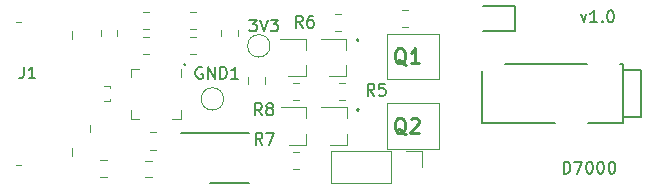
<source format=gto>
%TF.GenerationSoftware,KiCad,Pcbnew,(5.99.0-7212-gef75ce9035)*%
%TF.CreationDate,2021-04-24T18:58:59-07:00*%
%TF.ProjectId,nikon_ctrl,6e696b6f-6e5f-4637-9472-6c2e6b696361,rev?*%
%TF.SameCoordinates,Original*%
%TF.FileFunction,Legend,Top*%
%TF.FilePolarity,Positive*%
%FSLAX46Y46*%
G04 Gerber Fmt 4.6, Leading zero omitted, Abs format (unit mm)*
G04 Created by KiCad (PCBNEW (5.99.0-7212-gef75ce9035)) date 2021-04-24 18:58:59*
%MOMM*%
%LPD*%
G01*
G04 APERTURE LIST*
%ADD10C,0.150000*%
%ADD11C,0.254000*%
%ADD12C,0.200000*%
%ADD13C,0.100000*%
%ADD14C,0.120000*%
%ADD15C,0.127000*%
G04 APERTURE END LIST*
D10*
X128242060Y-105673162D02*
X128289679Y-105720781D01*
X128242060Y-105768400D01*
X128194440Y-105720781D01*
X128242060Y-105673162D01*
X128242060Y-105768400D01*
X161763888Y-101477154D02*
X162001983Y-102143820D01*
X162240079Y-101477154D01*
X163144840Y-102143820D02*
X162573412Y-102143820D01*
X162859126Y-102143820D02*
X162859126Y-101143820D01*
X162763888Y-101286678D01*
X162668650Y-101381916D01*
X162573412Y-101429535D01*
X163573412Y-102048582D02*
X163621031Y-102096201D01*
X163573412Y-102143820D01*
X163525793Y-102096201D01*
X163573412Y-102048582D01*
X163573412Y-102143820D01*
X164240079Y-101143820D02*
X164335317Y-101143820D01*
X164430555Y-101191440D01*
X164478174Y-101239059D01*
X164525793Y-101334297D01*
X164573412Y-101524773D01*
X164573412Y-101762868D01*
X164525793Y-101953344D01*
X164478174Y-102048582D01*
X164430555Y-102096201D01*
X164335317Y-102143820D01*
X164240079Y-102143820D01*
X164144840Y-102096201D01*
X164097221Y-102048582D01*
X164049602Y-101953344D01*
X164001983Y-101762868D01*
X164001983Y-101524773D01*
X164049602Y-101334297D01*
X164097221Y-101239059D01*
X164144840Y-101191440D01*
X164240079Y-101143820D01*
X160309513Y-114965740D02*
X160309513Y-113965740D01*
X160547608Y-113965740D01*
X160690465Y-114013360D01*
X160785703Y-114108598D01*
X160833322Y-114203836D01*
X160880941Y-114394312D01*
X160880941Y-114537169D01*
X160833322Y-114727645D01*
X160785703Y-114822883D01*
X160690465Y-114918121D01*
X160547608Y-114965740D01*
X160309513Y-114965740D01*
X161214275Y-113965740D02*
X161880941Y-113965740D01*
X161452370Y-114965740D01*
X162452370Y-113965740D02*
X162547608Y-113965740D01*
X162642846Y-114013360D01*
X162690465Y-114060979D01*
X162738084Y-114156217D01*
X162785703Y-114346693D01*
X162785703Y-114584788D01*
X162738084Y-114775264D01*
X162690465Y-114870502D01*
X162642846Y-114918121D01*
X162547608Y-114965740D01*
X162452370Y-114965740D01*
X162357132Y-114918121D01*
X162309513Y-114870502D01*
X162261894Y-114775264D01*
X162214275Y-114584788D01*
X162214275Y-114346693D01*
X162261894Y-114156217D01*
X162309513Y-114060979D01*
X162357132Y-114013360D01*
X162452370Y-113965740D01*
X163404751Y-113965740D02*
X163499989Y-113965740D01*
X163595227Y-114013360D01*
X163642846Y-114060979D01*
X163690465Y-114156217D01*
X163738084Y-114346693D01*
X163738084Y-114584788D01*
X163690465Y-114775264D01*
X163642846Y-114870502D01*
X163595227Y-114918121D01*
X163499989Y-114965740D01*
X163404751Y-114965740D01*
X163309513Y-114918121D01*
X163261894Y-114870502D01*
X163214275Y-114775264D01*
X163166656Y-114584788D01*
X163166656Y-114346693D01*
X163214275Y-114156217D01*
X163261894Y-114060979D01*
X163309513Y-114013360D01*
X163404751Y-113965740D01*
X164357132Y-113965740D02*
X164452370Y-113965740D01*
X164547608Y-114013360D01*
X164595227Y-114060979D01*
X164642846Y-114156217D01*
X164690465Y-114346693D01*
X164690465Y-114584788D01*
X164642846Y-114775264D01*
X164595227Y-114870502D01*
X164547608Y-114918121D01*
X164452370Y-114965740D01*
X164357132Y-114965740D01*
X164261894Y-114918121D01*
X164214275Y-114870502D01*
X164166656Y-114775264D01*
X164119037Y-114584788D01*
X164119037Y-114346693D01*
X164166656Y-114156217D01*
X164214275Y-114060979D01*
X164261894Y-114013360D01*
X164357132Y-113965740D01*
D11*
%TO.C,Q2*%
X146938507Y-111647756D02*
X146817555Y-111587280D01*
X146696602Y-111466327D01*
X146515174Y-111284899D01*
X146394221Y-111224422D01*
X146273269Y-111224422D01*
X146333745Y-111526803D02*
X146212793Y-111466327D01*
X146091840Y-111345375D01*
X146031364Y-111103470D01*
X146031364Y-110680137D01*
X146091840Y-110438232D01*
X146212793Y-110317280D01*
X146333745Y-110256803D01*
X146575650Y-110256803D01*
X146696602Y-110317280D01*
X146817555Y-110438232D01*
X146878031Y-110680137D01*
X146878031Y-111103470D01*
X146817555Y-111345375D01*
X146696602Y-111466327D01*
X146575650Y-111526803D01*
X146333745Y-111526803D01*
X147361840Y-110377756D02*
X147422317Y-110317280D01*
X147543269Y-110256803D01*
X147845650Y-110256803D01*
X147966602Y-110317280D01*
X148027079Y-110377756D01*
X148087555Y-110498708D01*
X148087555Y-110619660D01*
X148027079Y-110801089D01*
X147301364Y-111526803D01*
X148087555Y-111526803D01*
%TO.C,Q1*%
X146938507Y-105754956D02*
X146817555Y-105694480D01*
X146696602Y-105573527D01*
X146515174Y-105392099D01*
X146394221Y-105331622D01*
X146273269Y-105331622D01*
X146333745Y-105634003D02*
X146212793Y-105573527D01*
X146091840Y-105452575D01*
X146031364Y-105210670D01*
X146031364Y-104787337D01*
X146091840Y-104545432D01*
X146212793Y-104424480D01*
X146333745Y-104364003D01*
X146575650Y-104364003D01*
X146696602Y-104424480D01*
X146817555Y-104545432D01*
X146878031Y-104787337D01*
X146878031Y-105210670D01*
X146817555Y-105452575D01*
X146696602Y-105573527D01*
X146575650Y-105634003D01*
X146333745Y-105634003D01*
X148087555Y-105634003D02*
X147361840Y-105634003D01*
X147724698Y-105634003D02*
X147724698Y-104364003D01*
X147603745Y-104545432D01*
X147482793Y-104666384D01*
X147361840Y-104726860D01*
D10*
%TO.C,3V3*%
X133712104Y-101921060D02*
X134331152Y-101921060D01*
X133997819Y-102302013D01*
X134140676Y-102302013D01*
X134235914Y-102349632D01*
X134283533Y-102397251D01*
X134331152Y-102492489D01*
X134331152Y-102730584D01*
X134283533Y-102825822D01*
X134235914Y-102873441D01*
X134140676Y-102921060D01*
X133854961Y-102921060D01*
X133759723Y-102873441D01*
X133712104Y-102825822D01*
X134616866Y-101921060D02*
X134950200Y-102921060D01*
X135283533Y-101921060D01*
X135521628Y-101921060D02*
X136140676Y-101921060D01*
X135807342Y-102302013D01*
X135950200Y-102302013D01*
X136045438Y-102349632D01*
X136093057Y-102397251D01*
X136140676Y-102492489D01*
X136140676Y-102730584D01*
X136093057Y-102825822D01*
X136045438Y-102873441D01*
X135950200Y-102921060D01*
X135664485Y-102921060D01*
X135569247Y-102873441D01*
X135521628Y-102825822D01*
%TO.C,GND1*%
X129721764Y-105974260D02*
X129626526Y-105926640D01*
X129483669Y-105926640D01*
X129340812Y-105974260D01*
X129245574Y-106069498D01*
X129197955Y-106164736D01*
X129150336Y-106355212D01*
X129150336Y-106498069D01*
X129197955Y-106688545D01*
X129245574Y-106783783D01*
X129340812Y-106879021D01*
X129483669Y-106926640D01*
X129578907Y-106926640D01*
X129721764Y-106879021D01*
X129769383Y-106831402D01*
X129769383Y-106498069D01*
X129578907Y-106498069D01*
X130197955Y-106926640D02*
X130197955Y-105926640D01*
X130769383Y-106926640D01*
X130769383Y-105926640D01*
X131245574Y-106926640D02*
X131245574Y-105926640D01*
X131483669Y-105926640D01*
X131626526Y-105974260D01*
X131721764Y-106069498D01*
X131769383Y-106164736D01*
X131817002Y-106355212D01*
X131817002Y-106498069D01*
X131769383Y-106688545D01*
X131721764Y-106783783D01*
X131626526Y-106879021D01*
X131483669Y-106926640D01*
X131245574Y-106926640D01*
X132769383Y-106926640D02*
X132197955Y-106926640D01*
X132483669Y-106926640D02*
X132483669Y-105926640D01*
X132388431Y-106069498D01*
X132293193Y-106164736D01*
X132197955Y-106212355D01*
%TO.C,R5*%
X144288213Y-108369360D02*
X143954880Y-107893170D01*
X143716784Y-108369360D02*
X143716784Y-107369360D01*
X144097737Y-107369360D01*
X144192975Y-107416980D01*
X144240594Y-107464599D01*
X144288213Y-107559837D01*
X144288213Y-107702694D01*
X144240594Y-107797932D01*
X144192975Y-107845551D01*
X144097737Y-107893170D01*
X143716784Y-107893170D01*
X145192975Y-107369360D02*
X144716784Y-107369360D01*
X144669165Y-107845551D01*
X144716784Y-107797932D01*
X144812022Y-107750313D01*
X145050118Y-107750313D01*
X145145356Y-107797932D01*
X145192975Y-107845551D01*
X145240594Y-107940789D01*
X145240594Y-108178884D01*
X145192975Y-108274122D01*
X145145356Y-108321741D01*
X145050118Y-108369360D01*
X144812022Y-108369360D01*
X144716784Y-108321741D01*
X144669165Y-108274122D01*
%TO.C,R6*%
X138230313Y-102611180D02*
X137896980Y-102134990D01*
X137658884Y-102611180D02*
X137658884Y-101611180D01*
X138039837Y-101611180D01*
X138135075Y-101658800D01*
X138182694Y-101706419D01*
X138230313Y-101801657D01*
X138230313Y-101944514D01*
X138182694Y-102039752D01*
X138135075Y-102087371D01*
X138039837Y-102134990D01*
X137658884Y-102134990D01*
X139087456Y-101611180D02*
X138896980Y-101611180D01*
X138801741Y-101658800D01*
X138754122Y-101706419D01*
X138658884Y-101849276D01*
X138611265Y-102039752D01*
X138611265Y-102420704D01*
X138658884Y-102515942D01*
X138706503Y-102563561D01*
X138801741Y-102611180D01*
X138992218Y-102611180D01*
X139087456Y-102563561D01*
X139135075Y-102515942D01*
X139182694Y-102420704D01*
X139182694Y-102182609D01*
X139135075Y-102087371D01*
X139087456Y-102039752D01*
X138992218Y-101992133D01*
X138801741Y-101992133D01*
X138706503Y-102039752D01*
X138658884Y-102087371D01*
X138611265Y-102182609D01*
%TO.C,R7*%
X134821633Y-112514640D02*
X134488300Y-112038450D01*
X134250204Y-112514640D02*
X134250204Y-111514640D01*
X134631157Y-111514640D01*
X134726395Y-111562260D01*
X134774014Y-111609879D01*
X134821633Y-111705117D01*
X134821633Y-111847974D01*
X134774014Y-111943212D01*
X134726395Y-111990831D01*
X134631157Y-112038450D01*
X134250204Y-112038450D01*
X135154966Y-111514640D02*
X135821633Y-111514640D01*
X135393061Y-112514640D01*
%TO.C,J1*%
X114604206Y-105913940D02*
X114604206Y-106628226D01*
X114556587Y-106771083D01*
X114461349Y-106866321D01*
X114318492Y-106913940D01*
X114223254Y-106913940D01*
X115604206Y-106913940D02*
X115032778Y-106913940D01*
X115318492Y-106913940D02*
X115318492Y-105913940D01*
X115223254Y-106056798D01*
X115128016Y-106152036D01*
X115032778Y-106199655D01*
%TO.C,R8*%
X134770833Y-110020360D02*
X134437500Y-109544170D01*
X134199404Y-110020360D02*
X134199404Y-109020360D01*
X134580357Y-109020360D01*
X134675595Y-109067980D01*
X134723214Y-109115599D01*
X134770833Y-109210837D01*
X134770833Y-109353694D01*
X134723214Y-109448932D01*
X134675595Y-109496551D01*
X134580357Y-109544170D01*
X134199404Y-109544170D01*
X135342261Y-109448932D02*
X135247023Y-109401313D01*
X135199404Y-109353694D01*
X135151785Y-109258456D01*
X135151785Y-109210837D01*
X135199404Y-109115599D01*
X135247023Y-109067980D01*
X135342261Y-109020360D01*
X135532738Y-109020360D01*
X135627976Y-109067980D01*
X135675595Y-109115599D01*
X135723214Y-109210837D01*
X135723214Y-109258456D01*
X135675595Y-109353694D01*
X135627976Y-109401313D01*
X135532738Y-109448932D01*
X135342261Y-109448932D01*
X135247023Y-109496551D01*
X135199404Y-109544170D01*
X135151785Y-109639408D01*
X135151785Y-109829884D01*
X135199404Y-109925122D01*
X135247023Y-109972741D01*
X135342261Y-110020360D01*
X135532738Y-110020360D01*
X135627976Y-109972741D01*
X135675595Y-109925122D01*
X135723214Y-109829884D01*
X135723214Y-109639408D01*
X135675595Y-109544170D01*
X135627976Y-109496551D01*
X135532738Y-109448932D01*
D12*
%TO.C,Q2*%
X142884460Y-109652280D02*
G75*
G03*
X142884460Y-109452280I0J100000D01*
G01*
X142884460Y-109452280D02*
G75*
G03*
X142884460Y-109652280I0J-100000D01*
G01*
X142884460Y-109452280D02*
X142884460Y-109452280D01*
X142884460Y-109652280D02*
X142884460Y-109652280D01*
D13*
X145384460Y-112877280D02*
X145384460Y-109027280D01*
X149784460Y-112877280D02*
X145384460Y-112877280D01*
X149784460Y-109027280D02*
X149784460Y-112877280D01*
X145384460Y-109027280D02*
X149784460Y-109027280D01*
D12*
%TO.C,Q1*%
X142884460Y-103759480D02*
G75*
G03*
X142884460Y-103559480I0J100000D01*
G01*
X142884460Y-103559480D02*
G75*
G03*
X142884460Y-103759480I0J-100000D01*
G01*
X142884460Y-103559480D02*
X142884460Y-103559480D01*
X142884460Y-103759480D02*
X142884460Y-103759480D01*
D13*
X145384460Y-106984480D02*
X145384460Y-103134480D01*
X149784460Y-106984480D02*
X145384460Y-106984480D01*
X149784460Y-103134480D02*
X149784460Y-106984480D01*
X145384460Y-103134480D02*
X149784460Y-103134480D01*
D12*
%TO.C,LED1*%
X156214620Y-100753600D02*
X153489620Y-100753600D01*
X156214620Y-102903600D02*
X156214620Y-100753600D01*
X153489620Y-102903600D02*
X156214620Y-102903600D01*
%TO.C,C2*%
X130420800Y-115789600D02*
X133645800Y-115789600D01*
X127945800Y-111489600D02*
X133645800Y-111489600D01*
D14*
%TO.C,3V3*%
X135460780Y-104152700D02*
G75*
G03*
X135460780Y-104152700I-950000J0D01*
G01*
%TO.C,GND1*%
X131531400Y-108643420D02*
G75*
G03*
X131531400Y-108643420I-950000J0D01*
G01*
%TO.C,R13*%
X146609168Y-102538600D02*
X147131672Y-102538600D01*
X146609168Y-101118600D02*
X147131672Y-101118600D01*
%TO.C,J3*%
X148322340Y-113076680D02*
X148322340Y-114406680D01*
X146992340Y-113076680D02*
X148322340Y-113076680D01*
X145722340Y-113076680D02*
X145722340Y-115736680D01*
X145722340Y-115736680D02*
X140582340Y-115736680D01*
X145722340Y-113076680D02*
X140582340Y-113076680D01*
X140582340Y-113076680D02*
X140582340Y-115736680D01*
%TO.C,R5*%
X141848271Y-107310701D02*
X141325767Y-107310701D01*
X141848271Y-108730701D02*
X141325767Y-108730701D01*
%TO.C,Q3*%
X138514360Y-112514500D02*
X138514360Y-111584500D01*
X138514360Y-112514500D02*
X137054360Y-112514500D01*
X138514360Y-109354500D02*
X136354360Y-109354500D01*
X138514360Y-109354500D02*
X138514360Y-110284500D01*
%TO.C,R6*%
X141508112Y-101443720D02*
X140985608Y-101443720D01*
X141508112Y-102863720D02*
X140985608Y-102863720D01*
%TO.C,L1*%
X125427372Y-113869400D02*
X124904868Y-113869400D01*
X125427372Y-115289400D02*
X124904868Y-115289400D01*
%TO.C,R7*%
X137911472Y-113170900D02*
X137388968Y-113170900D01*
X137911472Y-114590900D02*
X137388968Y-114590900D01*
%TO.C,C3*%
X125298568Y-111477120D02*
X125821072Y-111477120D01*
X125298568Y-112947120D02*
X125821072Y-112947120D01*
%TO.C,J1*%
X118724740Y-103566060D02*
X118724740Y-102886060D01*
X120234740Y-110876060D02*
X120234740Y-111476060D01*
X118724740Y-112786060D02*
X118724740Y-113466060D01*
X113984740Y-114236060D02*
X114384740Y-114236060D01*
X113984740Y-102116060D02*
X114384740Y-102116060D01*
%TO.C,R1*%
X128671120Y-103437620D02*
X129193624Y-103437620D01*
X128671120Y-104857620D02*
X129193624Y-104857620D01*
%TO.C,C1*%
X121627532Y-115286460D02*
X121105028Y-115286460D01*
X121627532Y-113816460D02*
X121105028Y-113816460D01*
%TO.C,R8*%
X137944492Y-107323820D02*
X137421988Y-107323820D01*
X137944492Y-108743820D02*
X137421988Y-108743820D01*
%TO.C,R3*%
X128671120Y-102739260D02*
X129193624Y-102739260D01*
X128671120Y-101319260D02*
X129193624Y-101319260D01*
%TO.C,R2*%
X125186638Y-103437620D02*
X124664134Y-103437620D01*
X125186638Y-104857620D02*
X124664134Y-104857620D01*
%TO.C,Q5*%
X141958600Y-109354500D02*
X141958600Y-110284500D01*
X141958600Y-112514500D02*
X141958600Y-111584500D01*
X141958600Y-112514500D02*
X140498600Y-112514500D01*
X141958600Y-109354500D02*
X139798600Y-109354500D01*
%TO.C,U2*%
X121946760Y-108810820D02*
X121946760Y-108610820D01*
X121396760Y-108810820D02*
X121946760Y-108810820D01*
X121946760Y-107510820D02*
X121946760Y-107710820D01*
X121396760Y-107510820D02*
X121946760Y-107510820D01*
%TO.C,U1*%
X127895880Y-106811380D02*
X127895880Y-106086380D01*
X123675880Y-106811380D02*
X123675880Y-106086380D01*
X123675880Y-106086380D02*
X124400880Y-106086380D01*
X123675880Y-110306380D02*
X124400880Y-110306380D01*
X127895880Y-110306380D02*
X127170880Y-110306380D01*
X123675880Y-109581380D02*
X123675880Y-110306380D01*
X127895880Y-109581380D02*
X127895880Y-110306380D01*
%TO.C,R4*%
X125186638Y-101319260D02*
X124664134Y-101319260D01*
X125186638Y-102739260D02*
X124664134Y-102739260D01*
%TO.C,Q4*%
X138483880Y-103558220D02*
X138483880Y-104488220D01*
X138483880Y-106718220D02*
X137023880Y-106718220D01*
X138483880Y-106718220D02*
X138483880Y-105788220D01*
X138483880Y-103558220D02*
X136323880Y-103558220D01*
%TO.C,Q6*%
X141930660Y-106715680D02*
X140470660Y-106715680D01*
X141930660Y-106715680D02*
X141930660Y-105785680D01*
X141930660Y-103555680D02*
X141930660Y-104485680D01*
X141930660Y-103555680D02*
X139770660Y-103555680D01*
D15*
%TO.C,J2*%
X165376860Y-106178600D02*
X165376860Y-105678600D01*
X165376860Y-110178600D02*
X166876860Y-110178600D01*
X165376860Y-110678600D02*
X165376860Y-110178600D01*
X166876860Y-110178600D02*
X166876860Y-106178600D01*
X165376860Y-105678600D02*
X165066860Y-105678600D01*
X165376860Y-110178600D02*
X165376860Y-106178600D01*
X165376860Y-110678600D02*
X162386860Y-110678600D01*
X159556860Y-110678600D02*
X153376860Y-110678600D01*
X155356860Y-105678600D02*
X162256860Y-105678600D01*
X153376860Y-110678600D02*
X153376860Y-106278600D01*
X166876860Y-106178600D02*
X165376860Y-106178600D01*
D14*
%TO.C,R12*%
X122528400Y-102814488D02*
X122528400Y-103336992D01*
X121108400Y-102814488D02*
X121108400Y-103336992D01*
%TO.C,R11*%
X131314120Y-102804328D02*
X131314120Y-103326832D01*
X132734120Y-102804328D02*
X132734120Y-103326832D01*
%TO.C,C4*%
X135065440Y-107345112D02*
X135065440Y-106822608D01*
X133595440Y-107345112D02*
X133595440Y-106822608D01*
%TD*%
M02*

</source>
